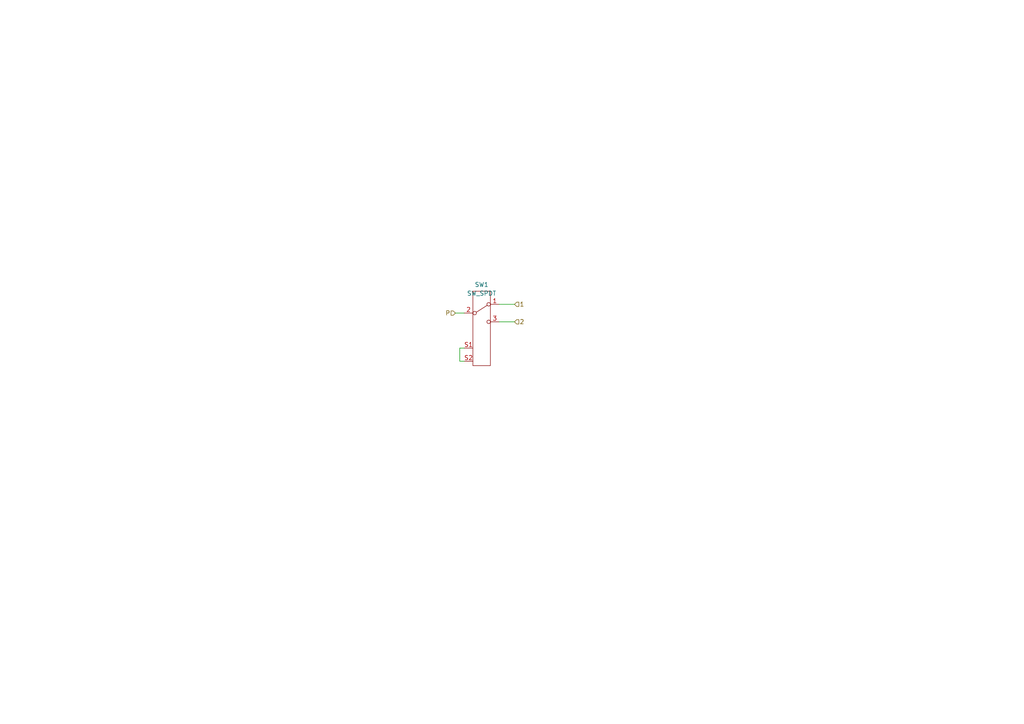
<source format=kicad_sch>
(kicad_sch (version 20211123) (generator eeschema)

  (uuid 1895faed-13c7-4877-930c-ef39a1d7419c)

  (paper "A4")

  (lib_symbols
    (symbol "b111:SW_SPDT" (pin_names (offset 0) hide) (in_bom yes) (on_board yes)
      (property "Reference" "SW" (id 0) (at 0 4.318 0)
        (effects (font (size 1.27 1.27)))
      )
      (property "Value" "SW_SPDT" (id 1) (at 0 -5.08 0)
        (effects (font (size 1.27 1.27)))
      )
      (property "Footprint" "b111:SW_CuK_E103MD1ABE_SPDT_Angled" (id 2) (at 0 0 0)
        (effects (font (size 1.27 1.27)) hide)
      )
      (property "Datasheet" "~" (id 3) (at 0 0 0)
        (effects (font (size 1.27 1.27)) hide)
      )
      (property "ki_keywords" "switch single-pole double-throw spdt ON-ON" (id 4) (at 0 0 0)
        (effects (font (size 1.27 1.27)) hide)
      )
      (property "ki_description" "Switch, single pole double throw" (id 5) (at 0 0 0)
        (effects (font (size 1.27 1.27)) hide)
      )
      (symbol "SW_SPDT_0_0"
        (circle (center -2.032 0) (radius 0.508)
          (stroke (width 0) (type default) (color 0 0 0 0))
          (fill (type none))
        )
        (circle (center 2.032 -2.54) (radius 0.508)
          (stroke (width 0) (type default) (color 0 0 0 0))
          (fill (type none))
        )
      )
      (symbol "SW_SPDT_0_1"
        (polyline
          (pts
            (xy -1.524 0.254)
            (xy 1.651 2.286)
          )
          (stroke (width 0) (type default) (color 0 0 0 0))
          (fill (type none))
        )
        (polyline
          (pts
            (xy -2.54 -15.24)
            (xy -2.54 6.35)
            (xy 2.54 6.35)
            (xy 2.54 -15.24)
            (xy -2.54 -15.24)
          )
          (stroke (width 0) (type default) (color 0 0 0 0))
          (fill (type none))
        )
        (circle (center 2.032 2.54) (radius 0.508)
          (stroke (width 0) (type default) (color 0 0 0 0))
          (fill (type none))
        )
      )
      (symbol "SW_SPDT_1_1"
        (pin passive line (at 5.08 2.54 180) (length 2.54)
          (name "A" (effects (font (size 1.27 1.27))))
          (number "1" (effects (font (size 1.27 1.27))))
        )
        (pin passive line (at -5.08 0 0) (length 2.54)
          (name "B" (effects (font (size 1.27 1.27))))
          (number "2" (effects (font (size 1.27 1.27))))
        )
        (pin passive line (at 5.08 -2.54 180) (length 2.54)
          (name "C" (effects (font (size 1.27 1.27))))
          (number "3" (effects (font (size 1.27 1.27))))
        )
        (pin unspecified line (at -5.08 -10.16 0) (length 2.54)
          (name "S1" (effects (font (size 1.27 1.27))))
          (number "S1" (effects (font (size 1.27 1.27))))
        )
        (pin unspecified line (at -5.08 -13.97 0) (length 2.54)
          (name "S2" (effects (font (size 1.27 1.27))))
          (number "S2" (effects (font (size 1.27 1.27))))
        )
      )
    )
  )


  (wire (pts (xy 132.08 90.805) (xy 134.62 90.805))
    (stroke (width 0) (type default) (color 0 0 0 0))
    (uuid 4b3991cd-5e50-4252-84d2-2f4e4930d221)
  )
  (wire (pts (xy 134.62 100.965) (xy 133.35 100.965))
    (stroke (width 0) (type default) (color 0 0 0 0))
    (uuid 52ecacc3-8719-4353-9bb4-e596cb1431a6)
  )
  (wire (pts (xy 133.35 104.775) (xy 134.62 104.775))
    (stroke (width 0) (type default) (color 0 0 0 0))
    (uuid 5bd1b784-6ecc-40b3-91ff-8c06394e0223)
  )
  (wire (pts (xy 133.35 100.965) (xy 133.35 104.775))
    (stroke (width 0) (type default) (color 0 0 0 0))
    (uuid af678bcd-ada0-4d24-8928-748a2749dad6)
  )
  (wire (pts (xy 144.78 88.265) (xy 149.225 88.265))
    (stroke (width 0) (type default) (color 0 0 0 0))
    (uuid c3be77c5-f3ea-441f-8b47-f3d855e9f5f4)
  )
  (wire (pts (xy 144.78 93.345) (xy 149.225 93.345))
    (stroke (width 0) (type default) (color 0 0 0 0))
    (uuid d82d34dc-708e-4879-a3f4-9e3713c6cc85)
  )

  (hierarchical_label "1" (shape input) (at 149.225 88.265 0)
    (effects (font (size 1.27 1.27)) (justify left))
    (uuid 03b1a311-bad4-4b81-ad86-182ae8666f3f)
  )
  (hierarchical_label "P" (shape input) (at 132.08 90.805 180)
    (effects (font (size 1.27 1.27)) (justify right))
    (uuid 62a9bfe2-38e8-405d-ae5f-56afa86c0cd6)
  )
  (hierarchical_label "2" (shape input) (at 149.225 93.345 0)
    (effects (font (size 1.27 1.27)) (justify left))
    (uuid f6fcd06c-35cd-4d3f-b46f-0a04bcc3d253)
  )

  (symbol (lib_id "b111:SW_SPDT") (at 139.7 90.805 0) (unit 1)
    (in_bom yes) (on_board yes) (fields_autoplaced)
    (uuid 16181ce6-4df3-45c5-ac83-ed39591bfa9b)
    (property "Reference" "SW1" (id 0) (at 139.7 82.55 0))
    (property "Value" "SW_SPDT" (id 1) (at 139.7 85.09 0))
    (property "Footprint" "b111:SW_CuK_E103MD1ABE_SPDT_Angled" (id 2) (at 139.7 90.805 0)
      (effects (font (size 1.27 1.27)) hide)
    )
    (property "Datasheet" "~" (id 3) (at 139.7 90.805 0)
      (effects (font (size 1.27 1.27)) hide)
    )
    (property "MPN" "E103MD1ABE" (id 4) (at 139.7 90.805 0)
      (effects (font (size 1.27 1.27)) hide)
    )
    (property "Digi-Key_PN" "CKN1520-ND" (id 5) (at 139.7 90.805 0)
      (effects (font (size 1.27 1.27)) hide)
    )
    (pin "1" (uuid 96a85d32-a970-4fbe-81da-f5862727b384))
    (pin "2" (uuid a6932b1d-e052-489e-ade0-a09781636cfd))
    (pin "3" (uuid 7c947c59-7212-41f1-b1db-c4cd3411e9c3))
    (pin "S1" (uuid d3513e44-963e-48e5-9e82-47c37bf64a16))
    (pin "S2" (uuid 1a6eeb38-db00-4643-8ccf-7abff1b8f2d4))
  )
)

</source>
